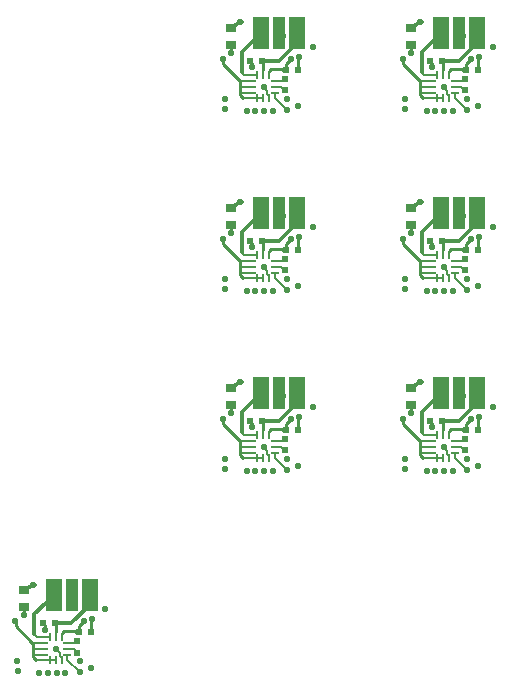
<source format=gbl>
%FSLAX24Y24*%
%MOIN*%
G70*
G01*
G75*
G04 Layer_Physical_Order=4*
G04 Layer_Color=16711680*
%ADD10R,0.0472X0.0394*%
%ADD11R,0.0472X0.0394*%
%ADD12R,0.0118X0.0118*%
%ADD13R,0.0118X0.0118*%
%ADD14R,0.0098X0.0217*%
%ADD15R,0.0945X0.0295*%
%ADD16R,0.1102X0.1102*%
%ADD17O,0.0295X0.0118*%
%ADD18O,0.0118X0.0295*%
%ADD19R,0.0197X0.0197*%
%ADD20C,0.0080*%
%ADD21C,0.0100*%
%ADD22C,0.0060*%
%ADD23C,0.0200*%
%ADD24C,0.0120*%
%ADD25C,0.0090*%
%ADD26C,0.0220*%
%ADD27C,0.0320*%
G04:AMPARAMS|DCode=28|XSize=7.9mil|YSize=23.6mil|CornerRadius=0mil|HoleSize=0mil|Usage=FLASHONLY|Rotation=270.000|XOffset=0mil|YOffset=0mil|HoleType=Round|Shape=Octagon|*
%AMOCTAGOND28*
4,1,8,0.0118,0.0020,0.0118,-0.0020,0.0098,-0.0039,-0.0098,-0.0039,-0.0118,-0.0020,-0.0118,0.0020,-0.0098,0.0039,0.0098,0.0039,0.0118,0.0020,0.0*
%
%ADD28OCTAGOND28*%

%ADD29O,0.0276X0.0079*%
G04:AMPARAMS|DCode=30|XSize=7.9mil|YSize=23.6mil|CornerRadius=0mil|HoleSize=0mil|Usage=FLASHONLY|Rotation=180.000|XOffset=0mil|YOffset=0mil|HoleType=Round|Shape=Octagon|*
%AMOCTAGOND30*
4,1,8,0.0020,-0.0118,-0.0020,-0.0118,-0.0039,-0.0098,-0.0039,0.0098,-0.0020,0.0118,0.0020,0.0118,0.0039,0.0098,0.0039,-0.0098,0.0020,-0.0118,0.0*
%
%ADD30OCTAGOND30*%

%ADD31O,0.0079X0.0276*%
G04:AMPARAMS|DCode=32|XSize=7.9mil|YSize=27.6mil|CornerRadius=2mil|HoleSize=0mil|Usage=FLASHONLY|Rotation=270.000|XOffset=0mil|YOffset=0mil|HoleType=Round|Shape=RoundedRectangle|*
%AMROUNDEDRECTD32*
21,1,0.0079,0.0236,0,0,270.0*
21,1,0.0039,0.0276,0,0,270.0*
1,1,0.0039,-0.0118,-0.0020*
1,1,0.0039,-0.0118,0.0020*
1,1,0.0039,0.0118,0.0020*
1,1,0.0039,0.0118,-0.0020*
%
%ADD32ROUNDEDRECTD32*%
%ADD33R,0.0197X0.0197*%
%ADD34R,0.0354X0.0315*%
%ADD35R,0.0390X0.1100*%
%ADD36R,0.0520X0.1100*%
%ADD37C,0.0140*%
D19*
X17440Y17367D02*
D03*
Y16973D02*
D03*
X24353Y23711D02*
D03*
Y24104D02*
D03*
X30353Y23711D02*
D03*
Y24104D02*
D03*
X24353Y29711D02*
D03*
Y30104D02*
D03*
X30353Y29711D02*
D03*
Y30104D02*
D03*
X24353Y35711D02*
D03*
Y36104D02*
D03*
X30353Y35711D02*
D03*
Y36104D02*
D03*
D20*
X16727Y17490D02*
Y17650D01*
X16924Y16712D02*
Y16802D01*
X16866Y16860D02*
X16924Y16802D01*
X16866Y16860D02*
Y16950D01*
X16740Y17076D02*
X16866Y16950D01*
X16740Y17076D02*
Y17100D01*
X23653Y23814D02*
Y23838D01*
Y23814D02*
X23779Y23688D01*
Y23598D02*
Y23688D01*
Y23598D02*
X23837Y23540D01*
Y23450D02*
Y23540D01*
X23640Y24228D02*
Y24388D01*
X29653Y23814D02*
Y23838D01*
Y23814D02*
X29779Y23688D01*
Y23598D02*
Y23688D01*
Y23598D02*
X29837Y23540D01*
Y23450D02*
Y23540D01*
X29640Y24228D02*
Y24388D01*
X23653Y29814D02*
Y29838D01*
Y29814D02*
X23779Y29688D01*
Y29598D02*
Y29688D01*
Y29598D02*
X23837Y29540D01*
Y29450D02*
Y29540D01*
X23640Y30228D02*
Y30388D01*
X29653Y29814D02*
Y29838D01*
Y29814D02*
X29779Y29688D01*
Y29598D02*
Y29688D01*
Y29598D02*
X29837Y29540D01*
Y29450D02*
Y29540D01*
X29640Y30228D02*
Y30388D01*
X23653Y35814D02*
Y35838D01*
Y35814D02*
X23779Y35688D01*
Y35598D02*
Y35688D01*
Y35598D02*
X23837Y35540D01*
Y35450D02*
Y35540D01*
X23640Y36228D02*
Y36388D01*
X29653Y35814D02*
Y35838D01*
Y35814D02*
X29779Y35688D01*
Y35598D02*
Y35688D01*
Y35598D02*
X29837Y35540D01*
Y35450D02*
Y35540D01*
X29640Y36228D02*
Y36388D01*
D21*
X17000Y17690D02*
X17218D01*
X16727Y17650D02*
Y17920D01*
X16924Y17614D02*
X17000Y17690D01*
X17218D02*
X17228Y17680D01*
X17361D01*
X16350Y17740D02*
Y17903D01*
X16293Y17960D02*
X16350Y17903D01*
X17361Y17680D02*
X17408Y17633D01*
X17460D01*
X16687Y17960D02*
X16727Y17920D01*
X17493Y17660D02*
Y17863D01*
X17650Y18020D01*
X17887Y17660D02*
Y18037D01*
X17930Y18080D01*
X15951Y16830D02*
Y17101D01*
Y16830D02*
X15952D01*
X16070Y16712D01*
X15400Y17846D02*
X15948Y17298D01*
X15951D02*
Y17301D01*
Y17101D02*
Y17298D01*
X15380Y18010D02*
X15400Y17990D01*
Y17846D02*
Y17990D01*
X15635Y18465D02*
X15670D01*
Y18220D02*
Y18465D01*
X22583Y24958D02*
Y25203D01*
X22548D02*
X22583D01*
X22313Y24584D02*
Y24728D01*
X22293Y24748D02*
X22313Y24728D01*
X22864Y23839D02*
Y24036D01*
Y24039D01*
X22313Y24584D02*
X22861Y24036D01*
X22865Y23568D02*
X22983Y23450D01*
X22864Y23568D02*
X22865D01*
X22864D02*
Y23839D01*
X24800Y24774D02*
X24843Y24818D01*
X24800Y24398D02*
Y24774D01*
X24406Y24601D02*
X24563Y24758D01*
X24406Y24398D02*
Y24601D01*
X23600Y24698D02*
X23640Y24658D01*
X24321Y24371D02*
X24373D01*
X24274Y24418D02*
X24321Y24371D01*
X23206Y24698D02*
X23263Y24641D01*
Y24478D02*
Y24641D01*
X24141Y24418D02*
X24274D01*
X24131Y24428D02*
X24141Y24418D01*
X23837Y24351D02*
X23913Y24428D01*
X23640Y24388D02*
Y24658D01*
X23913Y24428D02*
X24131D01*
X28583Y24958D02*
Y25203D01*
X28548D02*
X28583D01*
X28313Y24584D02*
Y24728D01*
X28293Y24748D02*
X28313Y24728D01*
X28864Y23839D02*
Y24036D01*
Y24039D01*
X28313Y24584D02*
X28861Y24036D01*
X28865Y23568D02*
X28983Y23450D01*
X28864Y23568D02*
X28865D01*
X28864D02*
Y23839D01*
X30800Y24774D02*
X30843Y24818D01*
X30800Y24398D02*
Y24774D01*
X30406Y24601D02*
X30563Y24758D01*
X30406Y24398D02*
Y24601D01*
X29600Y24698D02*
X29640Y24658D01*
X30321Y24371D02*
X30373D01*
X30274Y24418D02*
X30321Y24371D01*
X29206Y24698D02*
X29263Y24641D01*
Y24478D02*
Y24641D01*
X30141Y24418D02*
X30274D01*
X30131Y24428D02*
X30141Y24418D01*
X29837Y24351D02*
X29913Y24428D01*
X29640Y24388D02*
Y24658D01*
X29913Y24428D02*
X30131D01*
X22583Y30958D02*
Y31203D01*
X22548D02*
X22583D01*
X22313Y30584D02*
Y30728D01*
X22293Y30748D02*
X22313Y30728D01*
X22864Y29839D02*
Y30036D01*
Y30039D01*
X22313Y30584D02*
X22861Y30036D01*
X22865Y29568D02*
X22983Y29450D01*
X22864Y29568D02*
X22865D01*
X22864D02*
Y29839D01*
X24800Y30774D02*
X24843Y30818D01*
X24800Y30398D02*
Y30774D01*
X24406Y30601D02*
X24563Y30758D01*
X24406Y30398D02*
Y30601D01*
X23600Y30698D02*
X23640Y30658D01*
X24321Y30371D02*
X24373D01*
X24274Y30418D02*
X24321Y30371D01*
X23206Y30698D02*
X23263Y30641D01*
Y30478D02*
Y30641D01*
X24141Y30418D02*
X24274D01*
X24131Y30428D02*
X24141Y30418D01*
X23837Y30351D02*
X23913Y30428D01*
X23640Y30388D02*
Y30658D01*
X23913Y30428D02*
X24131D01*
X28583Y30958D02*
Y31203D01*
X28548D02*
X28583D01*
X28313Y30584D02*
Y30728D01*
X28293Y30748D02*
X28313Y30728D01*
X28864Y29839D02*
Y30036D01*
Y30039D01*
X28313Y30584D02*
X28861Y30036D01*
X28865Y29568D02*
X28983Y29450D01*
X28864Y29568D02*
X28865D01*
X28864D02*
Y29839D01*
X30800Y30774D02*
X30843Y30818D01*
X30800Y30398D02*
Y30774D01*
X30406Y30601D02*
X30563Y30758D01*
X30406Y30398D02*
Y30601D01*
X29600Y30698D02*
X29640Y30658D01*
X30321Y30371D02*
X30373D01*
X30274Y30418D02*
X30321Y30371D01*
X29206Y30698D02*
X29263Y30641D01*
Y30478D02*
Y30641D01*
X30141Y30418D02*
X30274D01*
X30131Y30428D02*
X30141Y30418D01*
X29837Y30351D02*
X29913Y30428D01*
X29640Y30388D02*
Y30658D01*
X29913Y30428D02*
X30131D01*
X22583Y36958D02*
Y37203D01*
X22548D02*
X22583D01*
X22313Y36584D02*
Y36728D01*
X22293Y36748D02*
X22313Y36728D01*
X22864Y35839D02*
Y36036D01*
Y36039D01*
X22313Y36584D02*
X22861Y36036D01*
X22865Y35568D02*
X22983Y35450D01*
X22864Y35568D02*
X22865D01*
X22864D02*
Y35839D01*
X24800Y36774D02*
X24843Y36818D01*
X24800Y36398D02*
Y36774D01*
X24406Y36601D02*
X24563Y36758D01*
X24406Y36398D02*
Y36601D01*
X23600Y36698D02*
X23640Y36658D01*
X24321Y36371D02*
X24373D01*
X24274Y36418D02*
X24321Y36371D01*
X23206Y36698D02*
X23263Y36641D01*
Y36478D02*
Y36641D01*
X24141Y36418D02*
X24274D01*
X24131Y36428D02*
X24141Y36418D01*
X23837Y36351D02*
X23913Y36428D01*
X23640Y36388D02*
Y36658D01*
X23913Y36428D02*
X24131D01*
X28583Y36958D02*
Y37203D01*
X28548D02*
X28583D01*
X28313Y36584D02*
Y36728D01*
X28293Y36748D02*
X28313Y36728D01*
X28864Y35839D02*
Y36036D01*
Y36039D01*
X28313Y36584D02*
X28861Y36036D01*
X28865Y35568D02*
X28983Y35450D01*
X28864Y35568D02*
X28865D01*
X28864D02*
Y35839D01*
X30800Y36774D02*
X30843Y36818D01*
X30800Y36398D02*
Y36774D01*
X30406Y36601D02*
X30563Y36758D01*
X30406Y36398D02*
Y36601D01*
X29600Y36698D02*
X29640Y36658D01*
X30321Y36371D02*
X30373D01*
X30274Y36418D02*
X30321Y36371D01*
X29206Y36698D02*
X29263Y36641D01*
Y36478D02*
Y36641D01*
X30141Y36418D02*
X30274D01*
X30131Y36428D02*
X30141Y36418D01*
X29837Y36351D02*
X29913Y36428D01*
X29640Y36388D02*
Y36658D01*
X29913Y36428D02*
X30131D01*
D22*
X16530Y16712D02*
X16727D01*
X17116Y17101D02*
X17332D01*
X17116Y17298D02*
X17460D01*
X17006Y16904D02*
X17116D01*
X17332Y17101D02*
X17460Y16973D01*
X16924Y17490D02*
Y17614D01*
X15948Y17298D02*
X15951D01*
X16338D01*
X17116Y16734D02*
Y16904D01*
Y16734D02*
X17520Y16330D01*
X16070Y16712D02*
X16530D01*
X15960Y16904D02*
X16338D01*
X15951Y17101D02*
X16338D01*
X16100Y17490D02*
X16530D01*
X16010Y17580D02*
X16100Y17490D01*
X17493Y17633D02*
X17498D01*
X24406Y24371D02*
X24411D01*
X22923Y24318D02*
X23013Y24228D01*
X23443D01*
X22864Y23839D02*
X23251D01*
X22873Y23642D02*
X23251D01*
X22983Y23450D02*
X23443D01*
X24029Y23472D02*
X24433Y23068D01*
X24029Y23472D02*
Y23642D01*
X22864Y24036D02*
X23251D01*
X22861D02*
X22864D01*
X23837Y24228D02*
Y24351D01*
X24245Y23839D02*
X24373Y23711D01*
X23919Y23642D02*
X24029D01*
Y24036D02*
X24373D01*
X24029Y23839D02*
X24245D01*
X23443Y23450D02*
X23640D01*
X30406Y24371D02*
X30411D01*
X28923Y24318D02*
X29013Y24228D01*
X29443D01*
X28864Y23839D02*
X29251D01*
X28873Y23642D02*
X29251D01*
X28983Y23450D02*
X29443D01*
X30029Y23472D02*
X30433Y23068D01*
X30029Y23472D02*
Y23642D01*
X28864Y24036D02*
X29251D01*
X28861D02*
X28864D01*
X29837Y24228D02*
Y24351D01*
X30245Y23839D02*
X30373Y23711D01*
X29919Y23642D02*
X30029D01*
Y24036D02*
X30373D01*
X30029Y23839D02*
X30245D01*
X29443Y23450D02*
X29640D01*
X24406Y30371D02*
X24411D01*
X22923Y30318D02*
X23013Y30228D01*
X23443D01*
X22864Y29839D02*
X23251D01*
X22873Y29642D02*
X23251D01*
X22983Y29450D02*
X23443D01*
X24029Y29472D02*
X24433Y29068D01*
X24029Y29472D02*
Y29642D01*
X22864Y30036D02*
X23251D01*
X22861D02*
X22864D01*
X23837Y30228D02*
Y30351D01*
X24245Y29839D02*
X24373Y29711D01*
X23919Y29642D02*
X24029D01*
Y30036D02*
X24373D01*
X24029Y29839D02*
X24245D01*
X23443Y29450D02*
X23640D01*
X30406Y30371D02*
X30411D01*
X28923Y30318D02*
X29013Y30228D01*
X29443D01*
X28864Y29839D02*
X29251D01*
X28873Y29642D02*
X29251D01*
X28983Y29450D02*
X29443D01*
X30029Y29472D02*
X30433Y29068D01*
X30029Y29472D02*
Y29642D01*
X28864Y30036D02*
X29251D01*
X28861D02*
X28864D01*
X29837Y30228D02*
Y30351D01*
X30245Y29839D02*
X30373Y29711D01*
X29919Y29642D02*
X30029D01*
Y30036D02*
X30373D01*
X30029Y29839D02*
X30245D01*
X29443Y29450D02*
X29640D01*
X24406Y36371D02*
X24411D01*
X22923Y36318D02*
X23013Y36228D01*
X23443D01*
X22864Y35839D02*
X23251D01*
X22873Y35642D02*
X23251D01*
X22983Y35450D02*
X23443D01*
X24029Y35472D02*
X24433Y35068D01*
X24029Y35472D02*
Y35642D01*
X22864Y36036D02*
X23251D01*
X22861D02*
X22864D01*
X23837Y36228D02*
Y36351D01*
X24245Y35839D02*
X24373Y35711D01*
X23919Y35642D02*
X24029D01*
Y36036D02*
X24373D01*
X24029Y35839D02*
X24245D01*
X23443Y35450D02*
X23640D01*
X30406Y36371D02*
X30411D01*
X28923Y36318D02*
X29013Y36228D01*
X29443D01*
X28864Y35839D02*
X29251D01*
X28873Y35642D02*
X29251D01*
X28983Y35450D02*
X29443D01*
X30029Y35472D02*
X30433Y35068D01*
X30029Y35472D02*
Y35642D01*
X28864Y36036D02*
X29251D01*
X28861D02*
X28864D01*
X29837Y36228D02*
Y36351D01*
X30245Y35839D02*
X30373Y35711D01*
X29919Y35642D02*
X30029D01*
Y36036D02*
X30373D01*
X30029Y35839D02*
X30245D01*
X29443Y35450D02*
X29640D01*
D24*
X16010Y17580D02*
Y18250D01*
X16398Y18637D01*
X16405D01*
X16667Y18900D01*
X15960Y19240D02*
X16025D01*
X15650Y19046D02*
X15960Y19240D01*
X22563Y25783D02*
X22873Y25978D01*
X22938D01*
X23318Y25375D02*
X23581Y25638D01*
X23311Y25375D02*
X23318D01*
X22923Y24988D02*
X23311Y25375D01*
X22923Y24318D02*
Y24988D01*
X28563Y25783D02*
X28873Y25978D01*
X28938D01*
X29318Y25375D02*
X29581Y25638D01*
X29311Y25375D02*
X29318D01*
X28923Y24988D02*
X29311Y25375D01*
X28923Y24318D02*
Y24988D01*
X22563Y31783D02*
X22873Y31978D01*
X22938D01*
X23318Y31375D02*
X23581Y31638D01*
X23311Y31375D02*
X23318D01*
X22923Y30988D02*
X23311Y31375D01*
X22923Y30318D02*
Y30988D01*
X28563Y31783D02*
X28873Y31978D01*
X28938D01*
X29318Y31375D02*
X29581Y31638D01*
X29311Y31375D02*
X29318D01*
X28923Y30988D02*
X29311Y31375D01*
X28923Y30318D02*
Y30988D01*
X22563Y37783D02*
X22873Y37978D01*
X22938D01*
X23318Y37375D02*
X23581Y37638D01*
X23311Y37375D02*
X23318D01*
X22923Y36988D02*
X23311Y37375D01*
X22923Y36318D02*
Y36988D01*
X28563Y37783D02*
X28873Y37978D01*
X28938D01*
X29318Y37375D02*
X29581Y37638D01*
X29311Y37375D02*
X29318D01*
X28923Y36988D02*
X29311Y37375D01*
X28923Y36318D02*
Y36988D01*
D26*
X17930Y18080D02*
D03*
X17040Y16300D02*
D03*
X16750Y16290D02*
D03*
X15450Y16360D02*
D03*
X17520Y16330D02*
D03*
X17530Y16690D02*
D03*
X16350Y17740D02*
D03*
X16740Y17100D02*
D03*
X17650Y18020D02*
D03*
X18380Y18430D02*
D03*
X15670Y18220D02*
D03*
X17890Y16450D02*
D03*
X15440Y16680D02*
D03*
X17380Y18800D02*
D03*
X15380Y18010D02*
D03*
X15960Y19240D02*
D03*
X16174Y16286D02*
D03*
X16464Y16288D02*
D03*
X23377Y23026D02*
D03*
X23087Y23024D02*
D03*
X22873Y25978D02*
D03*
X22293Y24748D02*
D03*
X24293Y25538D02*
D03*
X22353Y23418D02*
D03*
X24803Y23188D02*
D03*
X22583Y24958D02*
D03*
X25293Y25168D02*
D03*
X24563Y24758D02*
D03*
X23653Y23838D02*
D03*
X23263Y24478D02*
D03*
X24443Y23428D02*
D03*
X24433Y23068D02*
D03*
X22363Y23098D02*
D03*
X23663Y23028D02*
D03*
X23953Y23038D02*
D03*
X24843Y24818D02*
D03*
X29377Y23026D02*
D03*
X29087Y23024D02*
D03*
X28873Y25978D02*
D03*
X28293Y24748D02*
D03*
X30293Y25538D02*
D03*
X28353Y23418D02*
D03*
X30803Y23188D02*
D03*
X28583Y24958D02*
D03*
X31293Y25168D02*
D03*
X30563Y24758D02*
D03*
X29653Y23838D02*
D03*
X29263Y24478D02*
D03*
X30443Y23428D02*
D03*
X30433Y23068D02*
D03*
X28363Y23098D02*
D03*
X29663Y23028D02*
D03*
X29953Y23038D02*
D03*
X30843Y24818D02*
D03*
X23377Y29026D02*
D03*
X23087Y29024D02*
D03*
X22873Y31978D02*
D03*
X22293Y30748D02*
D03*
X24293Y31538D02*
D03*
X22353Y29418D02*
D03*
X24803Y29188D02*
D03*
X22583Y30958D02*
D03*
X25293Y31168D02*
D03*
X24563Y30758D02*
D03*
X23653Y29838D02*
D03*
X23263Y30478D02*
D03*
X24443Y29428D02*
D03*
X24433Y29068D02*
D03*
X22363Y29098D02*
D03*
X23663Y29028D02*
D03*
X23953Y29038D02*
D03*
X24843Y30818D02*
D03*
X29377Y29026D02*
D03*
X29087Y29024D02*
D03*
X28873Y31978D02*
D03*
X28293Y30748D02*
D03*
X30293Y31538D02*
D03*
X28353Y29418D02*
D03*
X30803Y29188D02*
D03*
X28583Y30958D02*
D03*
X31293Y31168D02*
D03*
X30563Y30758D02*
D03*
X29653Y29838D02*
D03*
X29263Y30478D02*
D03*
X30443Y29428D02*
D03*
X30433Y29068D02*
D03*
X28363Y29098D02*
D03*
X29663Y29028D02*
D03*
X29953Y29038D02*
D03*
X30843Y30818D02*
D03*
X23377Y35026D02*
D03*
X23087Y35024D02*
D03*
X22873Y37978D02*
D03*
X22293Y36748D02*
D03*
X24293Y37538D02*
D03*
X22353Y35418D02*
D03*
X24803Y35188D02*
D03*
X22583Y36958D02*
D03*
X25293Y37168D02*
D03*
X24563Y36758D02*
D03*
X23653Y35838D02*
D03*
X23263Y36478D02*
D03*
X24443Y35428D02*
D03*
X24433Y35068D02*
D03*
X22363Y35098D02*
D03*
X23663Y35028D02*
D03*
X23953Y35038D02*
D03*
X24843Y36818D02*
D03*
X29377Y35026D02*
D03*
X29087Y35024D02*
D03*
X28873Y37978D02*
D03*
X28293Y36748D02*
D03*
X30293Y37538D02*
D03*
X28353Y35418D02*
D03*
X30803Y35188D02*
D03*
X28583Y36958D02*
D03*
X31293Y37168D02*
D03*
X30563Y36758D02*
D03*
X29653Y35838D02*
D03*
X29263Y36478D02*
D03*
X30443Y35428D02*
D03*
X30433Y35068D02*
D03*
X28363Y35098D02*
D03*
X29663Y35028D02*
D03*
X29953Y35038D02*
D03*
X30843Y36818D02*
D03*
D28*
X16338Y17298D02*
D03*
Y16904D02*
D03*
X17116D02*
D03*
Y17298D02*
D03*
X24029Y24036D02*
D03*
Y23642D02*
D03*
X23251D02*
D03*
Y24036D02*
D03*
X30029D02*
D03*
Y23642D02*
D03*
X29251D02*
D03*
Y24036D02*
D03*
X24029Y30036D02*
D03*
Y29642D02*
D03*
X23251D02*
D03*
Y30036D02*
D03*
X30029D02*
D03*
Y29642D02*
D03*
X29251D02*
D03*
Y30036D02*
D03*
X24029Y36036D02*
D03*
Y35642D02*
D03*
X23251D02*
D03*
Y36036D02*
D03*
X30029D02*
D03*
Y35642D02*
D03*
X29251D02*
D03*
Y36036D02*
D03*
D29*
X16338Y17101D02*
D03*
X23251Y23839D02*
D03*
X29251D02*
D03*
X23251Y29839D02*
D03*
X29251D02*
D03*
X23251Y35839D02*
D03*
X29251D02*
D03*
D30*
X16530Y16712D02*
D03*
X16924D02*
D03*
Y17490D02*
D03*
X16530D02*
D03*
X23443Y24228D02*
D03*
X23837D02*
D03*
Y23450D02*
D03*
X23443D02*
D03*
X29443Y24228D02*
D03*
X29837D02*
D03*
Y23450D02*
D03*
X29443D02*
D03*
X23443Y30228D02*
D03*
X23837D02*
D03*
Y29450D02*
D03*
X23443D02*
D03*
X29443Y30228D02*
D03*
X29837D02*
D03*
Y29450D02*
D03*
X29443D02*
D03*
X23443Y36228D02*
D03*
X23837D02*
D03*
Y35450D02*
D03*
X23443D02*
D03*
X29443Y36228D02*
D03*
X29837D02*
D03*
Y35450D02*
D03*
X29443D02*
D03*
D31*
X16727Y16712D02*
D03*
Y17490D02*
D03*
X23640Y24228D02*
D03*
Y23450D02*
D03*
X29640Y24228D02*
D03*
Y23450D02*
D03*
X23640Y30228D02*
D03*
Y29450D02*
D03*
X29640Y30228D02*
D03*
Y29450D02*
D03*
X23640Y36228D02*
D03*
Y35450D02*
D03*
X29640Y36228D02*
D03*
Y35450D02*
D03*
D32*
X17116Y17101D02*
D03*
X24029Y23839D02*
D03*
X30029D02*
D03*
X24029Y29839D02*
D03*
X30029D02*
D03*
X24029Y35839D02*
D03*
X30029D02*
D03*
D33*
X17887Y17660D02*
D03*
X17493D02*
D03*
X16687Y17960D02*
D03*
X16293D02*
D03*
X23206Y24698D02*
D03*
X23600D02*
D03*
X24406Y24398D02*
D03*
X24800D02*
D03*
X29206Y24698D02*
D03*
X29600D02*
D03*
X30406Y24398D02*
D03*
X30800D02*
D03*
X23206Y30698D02*
D03*
X23600D02*
D03*
X24406Y30398D02*
D03*
X24800D02*
D03*
X29206Y30698D02*
D03*
X29600D02*
D03*
X30406Y30398D02*
D03*
X30800D02*
D03*
X23206Y36698D02*
D03*
X23600D02*
D03*
X24406Y36398D02*
D03*
X24800D02*
D03*
X29206Y36698D02*
D03*
X29600D02*
D03*
X30406Y36398D02*
D03*
X30800D02*
D03*
D34*
X15650Y19046D02*
D03*
Y18494D02*
D03*
X22563Y25232D02*
D03*
Y25783D02*
D03*
X28563Y25232D02*
D03*
Y25783D02*
D03*
X22563Y31232D02*
D03*
Y31783D02*
D03*
X28563Y31232D02*
D03*
Y31783D02*
D03*
X22563Y37232D02*
D03*
Y37783D02*
D03*
X28563Y37232D02*
D03*
Y37783D02*
D03*
D35*
X17260Y18900D02*
D03*
X24173Y25638D02*
D03*
X30173D02*
D03*
X24173Y31638D02*
D03*
X30173D02*
D03*
X24173Y37638D02*
D03*
X30173D02*
D03*
D36*
X17852Y18900D02*
D03*
X16667D02*
D03*
X23581Y25638D02*
D03*
X24766D02*
D03*
X29581D02*
D03*
X30766D02*
D03*
X23581Y31638D02*
D03*
X24766D02*
D03*
X29581D02*
D03*
X30766D02*
D03*
X23581Y37638D02*
D03*
X24766D02*
D03*
X29581D02*
D03*
X30766D02*
D03*
D37*
X17852Y18564D02*
Y18900D01*
X16687Y17960D02*
X17249D01*
X17852Y18564D01*
X24162Y24698D02*
X24766Y25301D01*
X23600Y24698D02*
X24162D01*
X24766Y25301D02*
Y25638D01*
X30162Y24698D02*
X30766Y25301D01*
X29600Y24698D02*
X30162D01*
X30766Y25301D02*
Y25638D01*
X24162Y30698D02*
X24766Y31301D01*
X23600Y30698D02*
X24162D01*
X24766Y31301D02*
Y31638D01*
X30162Y30698D02*
X30766Y31301D01*
X29600Y30698D02*
X30162D01*
X30766Y31301D02*
Y31638D01*
X24162Y36698D02*
X24766Y37301D01*
X23600Y36698D02*
X24162D01*
X24766Y37301D02*
Y37638D01*
X30162Y36698D02*
X30766Y37301D01*
X29600Y36698D02*
X30162D01*
X30766Y37301D02*
Y37638D01*
M02*

</source>
